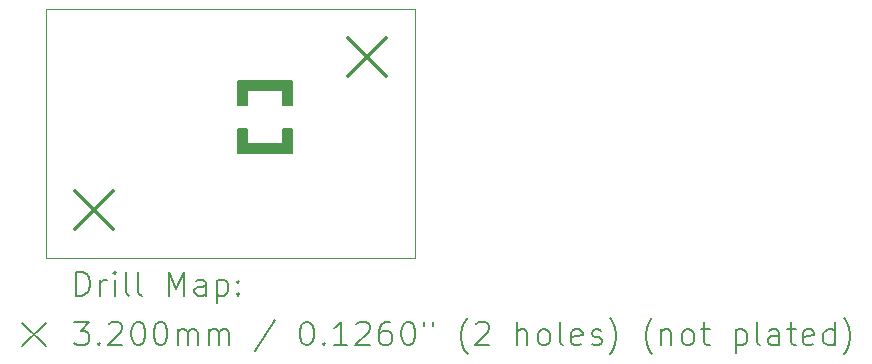
<source format=gbr>
%TF.GenerationSoftware,KiCad,Pcbnew,8.0.8*%
%TF.CreationDate,2025-03-21T14:29:56-04:00*%
%TF.ProjectId,sht40,73687434-302e-46b6-9963-61645f706362,rev?*%
%TF.SameCoordinates,Original*%
%TF.FileFunction,Drillmap*%
%TF.FilePolarity,Positive*%
%FSLAX45Y45*%
G04 Gerber Fmt 4.5, Leading zero omitted, Abs format (unit mm)*
G04 Created by KiCad (PCBNEW 8.0.8) date 2025-03-21 14:29:56*
%MOMM*%
%LPD*%
G01*
G04 APERTURE LIST*
%ADD10C,0.100000*%
%ADD11C,0.200000*%
%ADD12C,0.320000*%
G04 APERTURE END LIST*
D10*
X10769600Y-5359400D02*
X13893800Y-5359400D01*
X13893800Y-7467600D01*
X10769600Y-7467600D01*
X10769600Y-5359400D01*
D11*
X12471400Y-6502400D02*
X12776200Y-6502400D01*
X12776200Y-6375400D01*
X12852400Y-6375400D01*
X12852400Y-6578600D01*
X12395200Y-6578600D01*
X12395200Y-6375400D01*
X12471400Y-6375400D01*
X12471400Y-6502400D01*
G36*
X12471400Y-6502400D02*
G01*
X12776200Y-6502400D01*
X12776200Y-6375400D01*
X12852400Y-6375400D01*
X12852400Y-6578600D01*
X12395200Y-6578600D01*
X12395200Y-6375400D01*
X12471400Y-6375400D01*
X12471400Y-6502400D01*
G37*
X12852400Y-6172200D02*
X12776200Y-6172200D01*
X12776200Y-6045200D01*
X12471400Y-6045200D01*
X12471400Y-6172200D01*
X12395200Y-6172200D01*
X12395200Y-5969000D01*
X12852400Y-5969000D01*
X12852400Y-6172200D01*
G36*
X12852400Y-6172200D02*
G01*
X12776200Y-6172200D01*
X12776200Y-6045200D01*
X12471400Y-6045200D01*
X12471400Y-6172200D01*
X12395200Y-6172200D01*
X12395200Y-5969000D01*
X12852400Y-5969000D01*
X12852400Y-6172200D01*
G37*
D12*
X11016000Y-6901200D02*
X11336000Y-7221200D01*
X11336000Y-6901200D02*
X11016000Y-7221200D01*
X13327400Y-5605800D02*
X13647400Y-5925800D01*
X13647400Y-5605800D02*
X13327400Y-5925800D01*
D11*
X11025377Y-7784084D02*
X11025377Y-7584084D01*
X11025377Y-7584084D02*
X11072996Y-7584084D01*
X11072996Y-7584084D02*
X11101567Y-7593608D01*
X11101567Y-7593608D02*
X11120615Y-7612655D01*
X11120615Y-7612655D02*
X11130139Y-7631703D01*
X11130139Y-7631703D02*
X11139663Y-7669798D01*
X11139663Y-7669798D02*
X11139663Y-7698369D01*
X11139663Y-7698369D02*
X11130139Y-7736465D01*
X11130139Y-7736465D02*
X11120615Y-7755512D01*
X11120615Y-7755512D02*
X11101567Y-7774560D01*
X11101567Y-7774560D02*
X11072996Y-7784084D01*
X11072996Y-7784084D02*
X11025377Y-7784084D01*
X11225377Y-7784084D02*
X11225377Y-7650750D01*
X11225377Y-7688846D02*
X11234901Y-7669798D01*
X11234901Y-7669798D02*
X11244424Y-7660274D01*
X11244424Y-7660274D02*
X11263472Y-7650750D01*
X11263472Y-7650750D02*
X11282520Y-7650750D01*
X11349186Y-7784084D02*
X11349186Y-7650750D01*
X11349186Y-7584084D02*
X11339662Y-7593608D01*
X11339662Y-7593608D02*
X11349186Y-7603131D01*
X11349186Y-7603131D02*
X11358710Y-7593608D01*
X11358710Y-7593608D02*
X11349186Y-7584084D01*
X11349186Y-7584084D02*
X11349186Y-7603131D01*
X11472996Y-7784084D02*
X11453948Y-7774560D01*
X11453948Y-7774560D02*
X11444424Y-7755512D01*
X11444424Y-7755512D02*
X11444424Y-7584084D01*
X11577758Y-7784084D02*
X11558710Y-7774560D01*
X11558710Y-7774560D02*
X11549186Y-7755512D01*
X11549186Y-7755512D02*
X11549186Y-7584084D01*
X11806329Y-7784084D02*
X11806329Y-7584084D01*
X11806329Y-7584084D02*
X11872996Y-7726941D01*
X11872996Y-7726941D02*
X11939662Y-7584084D01*
X11939662Y-7584084D02*
X11939662Y-7784084D01*
X12120615Y-7784084D02*
X12120615Y-7679322D01*
X12120615Y-7679322D02*
X12111091Y-7660274D01*
X12111091Y-7660274D02*
X12092043Y-7650750D01*
X12092043Y-7650750D02*
X12053948Y-7650750D01*
X12053948Y-7650750D02*
X12034901Y-7660274D01*
X12120615Y-7774560D02*
X12101567Y-7784084D01*
X12101567Y-7784084D02*
X12053948Y-7784084D01*
X12053948Y-7784084D02*
X12034901Y-7774560D01*
X12034901Y-7774560D02*
X12025377Y-7755512D01*
X12025377Y-7755512D02*
X12025377Y-7736465D01*
X12025377Y-7736465D02*
X12034901Y-7717417D01*
X12034901Y-7717417D02*
X12053948Y-7707893D01*
X12053948Y-7707893D02*
X12101567Y-7707893D01*
X12101567Y-7707893D02*
X12120615Y-7698369D01*
X12215853Y-7650750D02*
X12215853Y-7850750D01*
X12215853Y-7660274D02*
X12234901Y-7650750D01*
X12234901Y-7650750D02*
X12272996Y-7650750D01*
X12272996Y-7650750D02*
X12292043Y-7660274D01*
X12292043Y-7660274D02*
X12301567Y-7669798D01*
X12301567Y-7669798D02*
X12311091Y-7688846D01*
X12311091Y-7688846D02*
X12311091Y-7745988D01*
X12311091Y-7745988D02*
X12301567Y-7765036D01*
X12301567Y-7765036D02*
X12292043Y-7774560D01*
X12292043Y-7774560D02*
X12272996Y-7784084D01*
X12272996Y-7784084D02*
X12234901Y-7784084D01*
X12234901Y-7784084D02*
X12215853Y-7774560D01*
X12396805Y-7765036D02*
X12406329Y-7774560D01*
X12406329Y-7774560D02*
X12396805Y-7784084D01*
X12396805Y-7784084D02*
X12387282Y-7774560D01*
X12387282Y-7774560D02*
X12396805Y-7765036D01*
X12396805Y-7765036D02*
X12396805Y-7784084D01*
X12396805Y-7660274D02*
X12406329Y-7669798D01*
X12406329Y-7669798D02*
X12396805Y-7679322D01*
X12396805Y-7679322D02*
X12387282Y-7669798D01*
X12387282Y-7669798D02*
X12396805Y-7660274D01*
X12396805Y-7660274D02*
X12396805Y-7679322D01*
X10564600Y-8012600D02*
X10764600Y-8212600D01*
X10764600Y-8012600D02*
X10564600Y-8212600D01*
X11006329Y-8004084D02*
X11130139Y-8004084D01*
X11130139Y-8004084D02*
X11063472Y-8080274D01*
X11063472Y-8080274D02*
X11092044Y-8080274D01*
X11092044Y-8080274D02*
X11111091Y-8089798D01*
X11111091Y-8089798D02*
X11120615Y-8099322D01*
X11120615Y-8099322D02*
X11130139Y-8118369D01*
X11130139Y-8118369D02*
X11130139Y-8165988D01*
X11130139Y-8165988D02*
X11120615Y-8185036D01*
X11120615Y-8185036D02*
X11111091Y-8194560D01*
X11111091Y-8194560D02*
X11092044Y-8204084D01*
X11092044Y-8204084D02*
X11034901Y-8204084D01*
X11034901Y-8204084D02*
X11015853Y-8194560D01*
X11015853Y-8194560D02*
X11006329Y-8185036D01*
X11215853Y-8185036D02*
X11225377Y-8194560D01*
X11225377Y-8194560D02*
X11215853Y-8204084D01*
X11215853Y-8204084D02*
X11206329Y-8194560D01*
X11206329Y-8194560D02*
X11215853Y-8185036D01*
X11215853Y-8185036D02*
X11215853Y-8204084D01*
X11301567Y-8023131D02*
X11311091Y-8013608D01*
X11311091Y-8013608D02*
X11330139Y-8004084D01*
X11330139Y-8004084D02*
X11377758Y-8004084D01*
X11377758Y-8004084D02*
X11396805Y-8013608D01*
X11396805Y-8013608D02*
X11406329Y-8023131D01*
X11406329Y-8023131D02*
X11415853Y-8042179D01*
X11415853Y-8042179D02*
X11415853Y-8061227D01*
X11415853Y-8061227D02*
X11406329Y-8089798D01*
X11406329Y-8089798D02*
X11292043Y-8204084D01*
X11292043Y-8204084D02*
X11415853Y-8204084D01*
X11539662Y-8004084D02*
X11558710Y-8004084D01*
X11558710Y-8004084D02*
X11577758Y-8013608D01*
X11577758Y-8013608D02*
X11587282Y-8023131D01*
X11587282Y-8023131D02*
X11596805Y-8042179D01*
X11596805Y-8042179D02*
X11606329Y-8080274D01*
X11606329Y-8080274D02*
X11606329Y-8127893D01*
X11606329Y-8127893D02*
X11596805Y-8165988D01*
X11596805Y-8165988D02*
X11587282Y-8185036D01*
X11587282Y-8185036D02*
X11577758Y-8194560D01*
X11577758Y-8194560D02*
X11558710Y-8204084D01*
X11558710Y-8204084D02*
X11539662Y-8204084D01*
X11539662Y-8204084D02*
X11520615Y-8194560D01*
X11520615Y-8194560D02*
X11511091Y-8185036D01*
X11511091Y-8185036D02*
X11501567Y-8165988D01*
X11501567Y-8165988D02*
X11492043Y-8127893D01*
X11492043Y-8127893D02*
X11492043Y-8080274D01*
X11492043Y-8080274D02*
X11501567Y-8042179D01*
X11501567Y-8042179D02*
X11511091Y-8023131D01*
X11511091Y-8023131D02*
X11520615Y-8013608D01*
X11520615Y-8013608D02*
X11539662Y-8004084D01*
X11730139Y-8004084D02*
X11749186Y-8004084D01*
X11749186Y-8004084D02*
X11768234Y-8013608D01*
X11768234Y-8013608D02*
X11777758Y-8023131D01*
X11777758Y-8023131D02*
X11787282Y-8042179D01*
X11787282Y-8042179D02*
X11796805Y-8080274D01*
X11796805Y-8080274D02*
X11796805Y-8127893D01*
X11796805Y-8127893D02*
X11787282Y-8165988D01*
X11787282Y-8165988D02*
X11777758Y-8185036D01*
X11777758Y-8185036D02*
X11768234Y-8194560D01*
X11768234Y-8194560D02*
X11749186Y-8204084D01*
X11749186Y-8204084D02*
X11730139Y-8204084D01*
X11730139Y-8204084D02*
X11711091Y-8194560D01*
X11711091Y-8194560D02*
X11701567Y-8185036D01*
X11701567Y-8185036D02*
X11692043Y-8165988D01*
X11692043Y-8165988D02*
X11682520Y-8127893D01*
X11682520Y-8127893D02*
X11682520Y-8080274D01*
X11682520Y-8080274D02*
X11692043Y-8042179D01*
X11692043Y-8042179D02*
X11701567Y-8023131D01*
X11701567Y-8023131D02*
X11711091Y-8013608D01*
X11711091Y-8013608D02*
X11730139Y-8004084D01*
X11882520Y-8204084D02*
X11882520Y-8070750D01*
X11882520Y-8089798D02*
X11892043Y-8080274D01*
X11892043Y-8080274D02*
X11911091Y-8070750D01*
X11911091Y-8070750D02*
X11939663Y-8070750D01*
X11939663Y-8070750D02*
X11958710Y-8080274D01*
X11958710Y-8080274D02*
X11968234Y-8099322D01*
X11968234Y-8099322D02*
X11968234Y-8204084D01*
X11968234Y-8099322D02*
X11977758Y-8080274D01*
X11977758Y-8080274D02*
X11996805Y-8070750D01*
X11996805Y-8070750D02*
X12025377Y-8070750D01*
X12025377Y-8070750D02*
X12044424Y-8080274D01*
X12044424Y-8080274D02*
X12053948Y-8099322D01*
X12053948Y-8099322D02*
X12053948Y-8204084D01*
X12149186Y-8204084D02*
X12149186Y-8070750D01*
X12149186Y-8089798D02*
X12158710Y-8080274D01*
X12158710Y-8080274D02*
X12177758Y-8070750D01*
X12177758Y-8070750D02*
X12206329Y-8070750D01*
X12206329Y-8070750D02*
X12225377Y-8080274D01*
X12225377Y-8080274D02*
X12234901Y-8099322D01*
X12234901Y-8099322D02*
X12234901Y-8204084D01*
X12234901Y-8099322D02*
X12244424Y-8080274D01*
X12244424Y-8080274D02*
X12263472Y-8070750D01*
X12263472Y-8070750D02*
X12292043Y-8070750D01*
X12292043Y-8070750D02*
X12311091Y-8080274D01*
X12311091Y-8080274D02*
X12320615Y-8099322D01*
X12320615Y-8099322D02*
X12320615Y-8204084D01*
X12711091Y-7994560D02*
X12539663Y-8251703D01*
X12968234Y-8004084D02*
X12987282Y-8004084D01*
X12987282Y-8004084D02*
X13006329Y-8013608D01*
X13006329Y-8013608D02*
X13015853Y-8023131D01*
X13015853Y-8023131D02*
X13025377Y-8042179D01*
X13025377Y-8042179D02*
X13034901Y-8080274D01*
X13034901Y-8080274D02*
X13034901Y-8127893D01*
X13034901Y-8127893D02*
X13025377Y-8165988D01*
X13025377Y-8165988D02*
X13015853Y-8185036D01*
X13015853Y-8185036D02*
X13006329Y-8194560D01*
X13006329Y-8194560D02*
X12987282Y-8204084D01*
X12987282Y-8204084D02*
X12968234Y-8204084D01*
X12968234Y-8204084D02*
X12949186Y-8194560D01*
X12949186Y-8194560D02*
X12939663Y-8185036D01*
X12939663Y-8185036D02*
X12930139Y-8165988D01*
X12930139Y-8165988D02*
X12920615Y-8127893D01*
X12920615Y-8127893D02*
X12920615Y-8080274D01*
X12920615Y-8080274D02*
X12930139Y-8042179D01*
X12930139Y-8042179D02*
X12939663Y-8023131D01*
X12939663Y-8023131D02*
X12949186Y-8013608D01*
X12949186Y-8013608D02*
X12968234Y-8004084D01*
X13120615Y-8185036D02*
X13130139Y-8194560D01*
X13130139Y-8194560D02*
X13120615Y-8204084D01*
X13120615Y-8204084D02*
X13111091Y-8194560D01*
X13111091Y-8194560D02*
X13120615Y-8185036D01*
X13120615Y-8185036D02*
X13120615Y-8204084D01*
X13320615Y-8204084D02*
X13206329Y-8204084D01*
X13263472Y-8204084D02*
X13263472Y-8004084D01*
X13263472Y-8004084D02*
X13244425Y-8032655D01*
X13244425Y-8032655D02*
X13225377Y-8051703D01*
X13225377Y-8051703D02*
X13206329Y-8061227D01*
X13396806Y-8023131D02*
X13406329Y-8013608D01*
X13406329Y-8013608D02*
X13425377Y-8004084D01*
X13425377Y-8004084D02*
X13472996Y-8004084D01*
X13472996Y-8004084D02*
X13492044Y-8013608D01*
X13492044Y-8013608D02*
X13501567Y-8023131D01*
X13501567Y-8023131D02*
X13511091Y-8042179D01*
X13511091Y-8042179D02*
X13511091Y-8061227D01*
X13511091Y-8061227D02*
X13501567Y-8089798D01*
X13501567Y-8089798D02*
X13387282Y-8204084D01*
X13387282Y-8204084D02*
X13511091Y-8204084D01*
X13682520Y-8004084D02*
X13644425Y-8004084D01*
X13644425Y-8004084D02*
X13625377Y-8013608D01*
X13625377Y-8013608D02*
X13615853Y-8023131D01*
X13615853Y-8023131D02*
X13596806Y-8051703D01*
X13596806Y-8051703D02*
X13587282Y-8089798D01*
X13587282Y-8089798D02*
X13587282Y-8165988D01*
X13587282Y-8165988D02*
X13596806Y-8185036D01*
X13596806Y-8185036D02*
X13606329Y-8194560D01*
X13606329Y-8194560D02*
X13625377Y-8204084D01*
X13625377Y-8204084D02*
X13663472Y-8204084D01*
X13663472Y-8204084D02*
X13682520Y-8194560D01*
X13682520Y-8194560D02*
X13692044Y-8185036D01*
X13692044Y-8185036D02*
X13701567Y-8165988D01*
X13701567Y-8165988D02*
X13701567Y-8118369D01*
X13701567Y-8118369D02*
X13692044Y-8099322D01*
X13692044Y-8099322D02*
X13682520Y-8089798D01*
X13682520Y-8089798D02*
X13663472Y-8080274D01*
X13663472Y-8080274D02*
X13625377Y-8080274D01*
X13625377Y-8080274D02*
X13606329Y-8089798D01*
X13606329Y-8089798D02*
X13596806Y-8099322D01*
X13596806Y-8099322D02*
X13587282Y-8118369D01*
X13825377Y-8004084D02*
X13844425Y-8004084D01*
X13844425Y-8004084D02*
X13863472Y-8013608D01*
X13863472Y-8013608D02*
X13872996Y-8023131D01*
X13872996Y-8023131D02*
X13882520Y-8042179D01*
X13882520Y-8042179D02*
X13892044Y-8080274D01*
X13892044Y-8080274D02*
X13892044Y-8127893D01*
X13892044Y-8127893D02*
X13882520Y-8165988D01*
X13882520Y-8165988D02*
X13872996Y-8185036D01*
X13872996Y-8185036D02*
X13863472Y-8194560D01*
X13863472Y-8194560D02*
X13844425Y-8204084D01*
X13844425Y-8204084D02*
X13825377Y-8204084D01*
X13825377Y-8204084D02*
X13806329Y-8194560D01*
X13806329Y-8194560D02*
X13796806Y-8185036D01*
X13796806Y-8185036D02*
X13787282Y-8165988D01*
X13787282Y-8165988D02*
X13777758Y-8127893D01*
X13777758Y-8127893D02*
X13777758Y-8080274D01*
X13777758Y-8080274D02*
X13787282Y-8042179D01*
X13787282Y-8042179D02*
X13796806Y-8023131D01*
X13796806Y-8023131D02*
X13806329Y-8013608D01*
X13806329Y-8013608D02*
X13825377Y-8004084D01*
X13968234Y-8004084D02*
X13968234Y-8042179D01*
X14044425Y-8004084D02*
X14044425Y-8042179D01*
X14339663Y-8280274D02*
X14330139Y-8270750D01*
X14330139Y-8270750D02*
X14311091Y-8242179D01*
X14311091Y-8242179D02*
X14301568Y-8223131D01*
X14301568Y-8223131D02*
X14292044Y-8194560D01*
X14292044Y-8194560D02*
X14282520Y-8146941D01*
X14282520Y-8146941D02*
X14282520Y-8108846D01*
X14282520Y-8108846D02*
X14292044Y-8061227D01*
X14292044Y-8061227D02*
X14301568Y-8032655D01*
X14301568Y-8032655D02*
X14311091Y-8013608D01*
X14311091Y-8013608D02*
X14330139Y-7985036D01*
X14330139Y-7985036D02*
X14339663Y-7975512D01*
X14406329Y-8023131D02*
X14415853Y-8013608D01*
X14415853Y-8013608D02*
X14434901Y-8004084D01*
X14434901Y-8004084D02*
X14482520Y-8004084D01*
X14482520Y-8004084D02*
X14501568Y-8013608D01*
X14501568Y-8013608D02*
X14511091Y-8023131D01*
X14511091Y-8023131D02*
X14520615Y-8042179D01*
X14520615Y-8042179D02*
X14520615Y-8061227D01*
X14520615Y-8061227D02*
X14511091Y-8089798D01*
X14511091Y-8089798D02*
X14396806Y-8204084D01*
X14396806Y-8204084D02*
X14520615Y-8204084D01*
X14758710Y-8204084D02*
X14758710Y-8004084D01*
X14844425Y-8204084D02*
X14844425Y-8099322D01*
X14844425Y-8099322D02*
X14834901Y-8080274D01*
X14834901Y-8080274D02*
X14815853Y-8070750D01*
X14815853Y-8070750D02*
X14787282Y-8070750D01*
X14787282Y-8070750D02*
X14768234Y-8080274D01*
X14768234Y-8080274D02*
X14758710Y-8089798D01*
X14968234Y-8204084D02*
X14949187Y-8194560D01*
X14949187Y-8194560D02*
X14939663Y-8185036D01*
X14939663Y-8185036D02*
X14930139Y-8165988D01*
X14930139Y-8165988D02*
X14930139Y-8108846D01*
X14930139Y-8108846D02*
X14939663Y-8089798D01*
X14939663Y-8089798D02*
X14949187Y-8080274D01*
X14949187Y-8080274D02*
X14968234Y-8070750D01*
X14968234Y-8070750D02*
X14996806Y-8070750D01*
X14996806Y-8070750D02*
X15015853Y-8080274D01*
X15015853Y-8080274D02*
X15025377Y-8089798D01*
X15025377Y-8089798D02*
X15034901Y-8108846D01*
X15034901Y-8108846D02*
X15034901Y-8165988D01*
X15034901Y-8165988D02*
X15025377Y-8185036D01*
X15025377Y-8185036D02*
X15015853Y-8194560D01*
X15015853Y-8194560D02*
X14996806Y-8204084D01*
X14996806Y-8204084D02*
X14968234Y-8204084D01*
X15149187Y-8204084D02*
X15130139Y-8194560D01*
X15130139Y-8194560D02*
X15120615Y-8175512D01*
X15120615Y-8175512D02*
X15120615Y-8004084D01*
X15301568Y-8194560D02*
X15282520Y-8204084D01*
X15282520Y-8204084D02*
X15244425Y-8204084D01*
X15244425Y-8204084D02*
X15225377Y-8194560D01*
X15225377Y-8194560D02*
X15215853Y-8175512D01*
X15215853Y-8175512D02*
X15215853Y-8099322D01*
X15215853Y-8099322D02*
X15225377Y-8080274D01*
X15225377Y-8080274D02*
X15244425Y-8070750D01*
X15244425Y-8070750D02*
X15282520Y-8070750D01*
X15282520Y-8070750D02*
X15301568Y-8080274D01*
X15301568Y-8080274D02*
X15311091Y-8099322D01*
X15311091Y-8099322D02*
X15311091Y-8118369D01*
X15311091Y-8118369D02*
X15215853Y-8137417D01*
X15387282Y-8194560D02*
X15406330Y-8204084D01*
X15406330Y-8204084D02*
X15444425Y-8204084D01*
X15444425Y-8204084D02*
X15463472Y-8194560D01*
X15463472Y-8194560D02*
X15472996Y-8175512D01*
X15472996Y-8175512D02*
X15472996Y-8165988D01*
X15472996Y-8165988D02*
X15463472Y-8146941D01*
X15463472Y-8146941D02*
X15444425Y-8137417D01*
X15444425Y-8137417D02*
X15415853Y-8137417D01*
X15415853Y-8137417D02*
X15396806Y-8127893D01*
X15396806Y-8127893D02*
X15387282Y-8108846D01*
X15387282Y-8108846D02*
X15387282Y-8099322D01*
X15387282Y-8099322D02*
X15396806Y-8080274D01*
X15396806Y-8080274D02*
X15415853Y-8070750D01*
X15415853Y-8070750D02*
X15444425Y-8070750D01*
X15444425Y-8070750D02*
X15463472Y-8080274D01*
X15539663Y-8280274D02*
X15549187Y-8270750D01*
X15549187Y-8270750D02*
X15568234Y-8242179D01*
X15568234Y-8242179D02*
X15577758Y-8223131D01*
X15577758Y-8223131D02*
X15587282Y-8194560D01*
X15587282Y-8194560D02*
X15596806Y-8146941D01*
X15596806Y-8146941D02*
X15596806Y-8108846D01*
X15596806Y-8108846D02*
X15587282Y-8061227D01*
X15587282Y-8061227D02*
X15577758Y-8032655D01*
X15577758Y-8032655D02*
X15568234Y-8013608D01*
X15568234Y-8013608D02*
X15549187Y-7985036D01*
X15549187Y-7985036D02*
X15539663Y-7975512D01*
X15901568Y-8280274D02*
X15892044Y-8270750D01*
X15892044Y-8270750D02*
X15872996Y-8242179D01*
X15872996Y-8242179D02*
X15863472Y-8223131D01*
X15863472Y-8223131D02*
X15853949Y-8194560D01*
X15853949Y-8194560D02*
X15844425Y-8146941D01*
X15844425Y-8146941D02*
X15844425Y-8108846D01*
X15844425Y-8108846D02*
X15853949Y-8061227D01*
X15853949Y-8061227D02*
X15863472Y-8032655D01*
X15863472Y-8032655D02*
X15872996Y-8013608D01*
X15872996Y-8013608D02*
X15892044Y-7985036D01*
X15892044Y-7985036D02*
X15901568Y-7975512D01*
X15977758Y-8070750D02*
X15977758Y-8204084D01*
X15977758Y-8089798D02*
X15987282Y-8080274D01*
X15987282Y-8080274D02*
X16006330Y-8070750D01*
X16006330Y-8070750D02*
X16034901Y-8070750D01*
X16034901Y-8070750D02*
X16053949Y-8080274D01*
X16053949Y-8080274D02*
X16063472Y-8099322D01*
X16063472Y-8099322D02*
X16063472Y-8204084D01*
X16187282Y-8204084D02*
X16168234Y-8194560D01*
X16168234Y-8194560D02*
X16158711Y-8185036D01*
X16158711Y-8185036D02*
X16149187Y-8165988D01*
X16149187Y-8165988D02*
X16149187Y-8108846D01*
X16149187Y-8108846D02*
X16158711Y-8089798D01*
X16158711Y-8089798D02*
X16168234Y-8080274D01*
X16168234Y-8080274D02*
X16187282Y-8070750D01*
X16187282Y-8070750D02*
X16215853Y-8070750D01*
X16215853Y-8070750D02*
X16234901Y-8080274D01*
X16234901Y-8080274D02*
X16244425Y-8089798D01*
X16244425Y-8089798D02*
X16253949Y-8108846D01*
X16253949Y-8108846D02*
X16253949Y-8165988D01*
X16253949Y-8165988D02*
X16244425Y-8185036D01*
X16244425Y-8185036D02*
X16234901Y-8194560D01*
X16234901Y-8194560D02*
X16215853Y-8204084D01*
X16215853Y-8204084D02*
X16187282Y-8204084D01*
X16311092Y-8070750D02*
X16387282Y-8070750D01*
X16339663Y-8004084D02*
X16339663Y-8175512D01*
X16339663Y-8175512D02*
X16349187Y-8194560D01*
X16349187Y-8194560D02*
X16368234Y-8204084D01*
X16368234Y-8204084D02*
X16387282Y-8204084D01*
X16606330Y-8070750D02*
X16606330Y-8270750D01*
X16606330Y-8080274D02*
X16625377Y-8070750D01*
X16625377Y-8070750D02*
X16663473Y-8070750D01*
X16663473Y-8070750D02*
X16682520Y-8080274D01*
X16682520Y-8080274D02*
X16692044Y-8089798D01*
X16692044Y-8089798D02*
X16701568Y-8108846D01*
X16701568Y-8108846D02*
X16701568Y-8165988D01*
X16701568Y-8165988D02*
X16692044Y-8185036D01*
X16692044Y-8185036D02*
X16682520Y-8194560D01*
X16682520Y-8194560D02*
X16663473Y-8204084D01*
X16663473Y-8204084D02*
X16625377Y-8204084D01*
X16625377Y-8204084D02*
X16606330Y-8194560D01*
X16815854Y-8204084D02*
X16796806Y-8194560D01*
X16796806Y-8194560D02*
X16787282Y-8175512D01*
X16787282Y-8175512D02*
X16787282Y-8004084D01*
X16977758Y-8204084D02*
X16977758Y-8099322D01*
X16977758Y-8099322D02*
X16968235Y-8080274D01*
X16968235Y-8080274D02*
X16949187Y-8070750D01*
X16949187Y-8070750D02*
X16911092Y-8070750D01*
X16911092Y-8070750D02*
X16892044Y-8080274D01*
X16977758Y-8194560D02*
X16958711Y-8204084D01*
X16958711Y-8204084D02*
X16911092Y-8204084D01*
X16911092Y-8204084D02*
X16892044Y-8194560D01*
X16892044Y-8194560D02*
X16882520Y-8175512D01*
X16882520Y-8175512D02*
X16882520Y-8156465D01*
X16882520Y-8156465D02*
X16892044Y-8137417D01*
X16892044Y-8137417D02*
X16911092Y-8127893D01*
X16911092Y-8127893D02*
X16958711Y-8127893D01*
X16958711Y-8127893D02*
X16977758Y-8118369D01*
X17044425Y-8070750D02*
X17120615Y-8070750D01*
X17072996Y-8004084D02*
X17072996Y-8175512D01*
X17072996Y-8175512D02*
X17082520Y-8194560D01*
X17082520Y-8194560D02*
X17101568Y-8204084D01*
X17101568Y-8204084D02*
X17120615Y-8204084D01*
X17263473Y-8194560D02*
X17244425Y-8204084D01*
X17244425Y-8204084D02*
X17206330Y-8204084D01*
X17206330Y-8204084D02*
X17187282Y-8194560D01*
X17187282Y-8194560D02*
X17177758Y-8175512D01*
X17177758Y-8175512D02*
X17177758Y-8099322D01*
X17177758Y-8099322D02*
X17187282Y-8080274D01*
X17187282Y-8080274D02*
X17206330Y-8070750D01*
X17206330Y-8070750D02*
X17244425Y-8070750D01*
X17244425Y-8070750D02*
X17263473Y-8080274D01*
X17263473Y-8080274D02*
X17272996Y-8099322D01*
X17272996Y-8099322D02*
X17272996Y-8118369D01*
X17272996Y-8118369D02*
X17177758Y-8137417D01*
X17444425Y-8204084D02*
X17444425Y-8004084D01*
X17444425Y-8194560D02*
X17425377Y-8204084D01*
X17425377Y-8204084D02*
X17387282Y-8204084D01*
X17387282Y-8204084D02*
X17368235Y-8194560D01*
X17368235Y-8194560D02*
X17358711Y-8185036D01*
X17358711Y-8185036D02*
X17349187Y-8165988D01*
X17349187Y-8165988D02*
X17349187Y-8108846D01*
X17349187Y-8108846D02*
X17358711Y-8089798D01*
X17358711Y-8089798D02*
X17368235Y-8080274D01*
X17368235Y-8080274D02*
X17387282Y-8070750D01*
X17387282Y-8070750D02*
X17425377Y-8070750D01*
X17425377Y-8070750D02*
X17444425Y-8080274D01*
X17520616Y-8280274D02*
X17530139Y-8270750D01*
X17530139Y-8270750D02*
X17549187Y-8242179D01*
X17549187Y-8242179D02*
X17558711Y-8223131D01*
X17558711Y-8223131D02*
X17568235Y-8194560D01*
X17568235Y-8194560D02*
X17577758Y-8146941D01*
X17577758Y-8146941D02*
X17577758Y-8108846D01*
X17577758Y-8108846D02*
X17568235Y-8061227D01*
X17568235Y-8061227D02*
X17558711Y-8032655D01*
X17558711Y-8032655D02*
X17549187Y-8013608D01*
X17549187Y-8013608D02*
X17530139Y-7985036D01*
X17530139Y-7985036D02*
X17520616Y-7975512D01*
M02*

</source>
